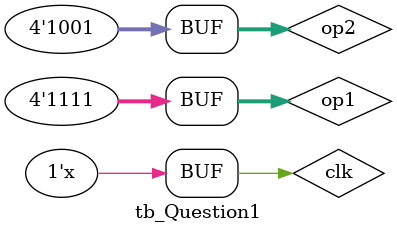
<source format=v>
`timescale 1ns / 1ps
module Question1 #(parameter width = 4)(clk, op1, op2, out);
input clk; //clk is the clock signal
input [width-1:0] op1, op2; //op1 and op2 are the two operands to be entered
output [4 * width - 1:0] out; // out is the result of op1/2 being passed through

//inner wires to connect the instantiated modules with
wire [2* width - 1: 0] mulOut1, r1out, r2out;
wire [width-1:0] xr1Out, xr2Out;
wire [4*width-1:0] mulOut2;

multiplier #(.width(width)) m1 (.a(op1),.b(op2),.mult(mulOut1));
myReg #(.width(2*width)) r1 (.d(mulOut1), .q(r1out), .clk(clk)); //r1 and r2 are connected to the output of m1
myReg #(.width(2*width)) r2 (.d(r1out), .q(r2out), .clk(clk));
myReg #(.width(width)) xr1 (.d(op1), .q(xr1Out), .clk(clk));	
//xr1 and xr2 are connected to op1
myReg #(.width(width)) xr2 (.d(xr1Out), .q(xr2Out), .clk(clk));
multiplier #(.width(2*width)) m2 (.a(r2out),.b({{width{xr2Out[width-1]}},xr2Out}),.mult(mulOut2));
//.b had to be sign extended for this multiplier
myReg #(.width(4*width)) o1 (.d(mulOut2), .q(out), .clk(clk));

endmodule

module multiplier #(parameter width = 4) (a, b, mult);
	input signed [width-1:0]a,b;
	output reg signed[2 * width - 1 : 0] mult;
	always @ *
		mult = a * b;
endmodule

module myReg #(parameter width = 4) (clk, d, q);
	input clk;
	input [width-1:0] d;
	output reg [width-1:0] q;
	always @ (posedge clk)
		q <= d;
endmodule

module tb_Question1;
	parameter N = 4;
	reg clk;
	reg [N-1:0] op1, op2;
	wire [4*N-1:0] out;
	
	Question1 #(.width(N)) q1 (.clk(clk), .op1(op1), .op2(op2), .out(out));

	initial clk = 0;
	always #10 clk = ~clk;
	
	initial begin
	op1 = 4'sb1111; op2 = 4'sb0001;
	#20 op2 = 4'sb0101;
	#20 op2 = 4'sb0011;
	#20 op2 = 4'sb1001;
	#50;
	end
	
endmodule

</source>
